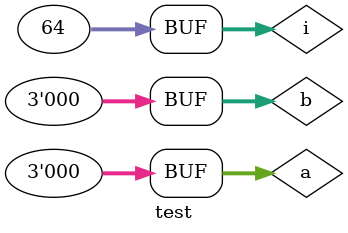
<source format=v>
`include "vvc/adder3.v"
module mult3(a, b, axb);
input [2:0] a, b;
output [5:0] axb;
wire [2:0] pp0, pp1, pp2;
assign #1 pp0 = a & {3{b[0]}};
assign #1 pp1 = a & {3{b[1]}};
assign #1 pp2 = a & {3{b[2]}};
wire [2:0] s1, s2;
wire c1, c2;
adder3 U1({1'b0, pp0[2:1]}, pp1, s1, c1);
adder3 U2({c1, s1[2:1]}, pp2, s2, c2);
assign axb = {c2, s2, s1[0], pp0[0]};
endmodule


module test;
reg [2:0] a, b;
wire [5:0] axb;

mult3 U1(a, b, axb);
initial begin
  $dumpfile("vcd/mult3.vcd");
  $dumpvars();
end

integer i;
initial begin
  for(i=0; i<64; i=i+1) begin
    #0 a = i[2:0]; b = i[5:3];
    #10 ;
  end
  a = 0; b = 0;
end

always @(a or b or axb)
  $display("%d ns, a = %d, b = %d, axb = %d\n", $time, a, b, axb);


endmodule

</source>
